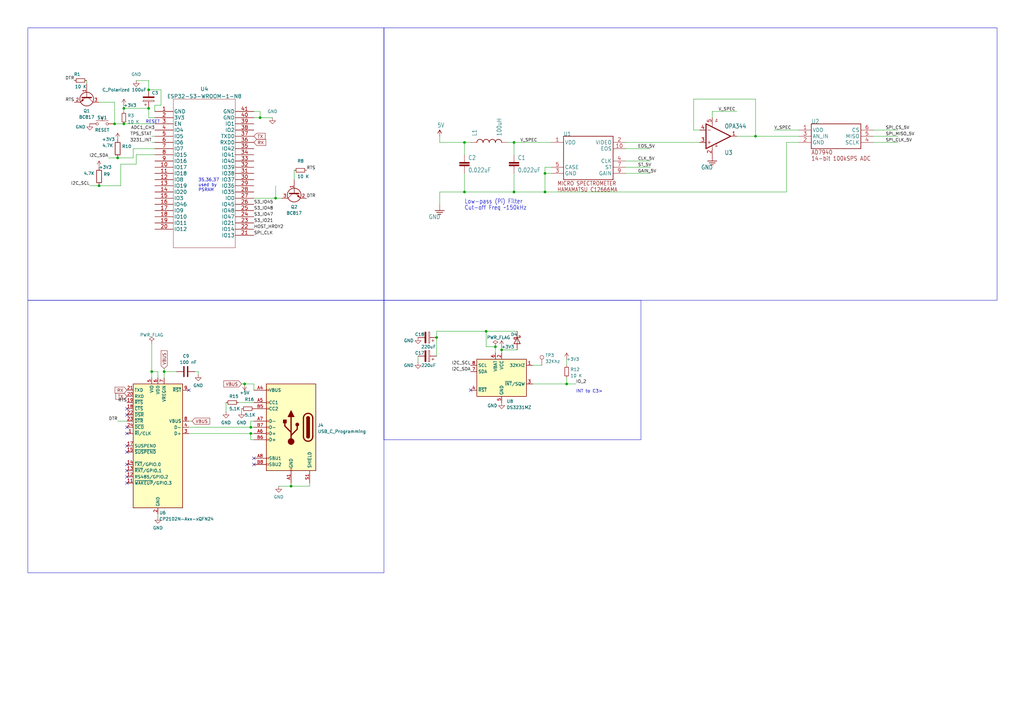
<source format=kicad_sch>
(kicad_sch (version 20250114) (generator "eeschema") (generator_version "9.0")
  (paper "A3")
  (lib_symbols
    (symbol "Connector:TestPoint" (pin_numbers (hide yes)) (pin_names (offset 0.762) (hide yes))
      (property "Reference" "TP" (at 0 6.858 0))
      (property "Value" "TestPoint" (at 0 5.08 0))
      (symbol "TestPoint_0_1"
        (circle (center 0 3.302) (radius 0.762))
      )
      (symbol "TestPoint_1_1"
        (pin passive line (at 0 0 90) (length 2.54) (name "1") (number "1"))
      )
    )
    (symbol "Connector:USB_C_Receptacle_USB2.0" (pin_names (offset 1.016))
      (property "Reference" "J" (at -10.16 19.05 0))
      (property "Value" "USB_C_Receptacle_USB2.0" (at 19.05 19.05 0))
      (symbol "USB_C_Receptacle_USB2.0_0_0"
        (rectangle (start -0.254 -17.78) (end 0.254 -16.764))
        (rectangle (start 10.16 15.494) (end 9.144 14.986))
        (rectangle (start 10.16 10.414) (end 9.144 9.906))
        (rectangle (start 10.16 7.874) (end 9.144 7.366))
        (rectangle (start 10.16 2.794) (end 9.144 2.286))
        (rectangle (start 10.16 0.254) (end 9.144 -0.254))
        (rectangle (start 10.16 -2.286) (end 9.144 -2.794))
        (rectangle (start 10.16 -4.826) (end 9.144 -5.334))
        (rectangle (start 10.16 -12.446) (end 9.144 -12.954))
        (rectangle (start 10.16 -14.986) (end 9.144 -15.494))
      )
      (symbol "USB_C_Receptacle_USB2.0_0_1"
        (rectangle (start -10.16 17.78) (end 10.16 -17.78) (stroke (width 0.254)) (fill (type background)))
        (polyline (pts (xy -8.89 -3.81) (xy -8.89 3.81)) (stroke (width 0.508)))
        (rectangle (start -7.62 -3.81) (end -6.35 3.81) (stroke (width 0.254)) (fill (type outline)))
        (arc (start -7.62 3.81) (mid -6.985 4.4422) (end -6.35 3.81) (stroke (width 0.254)))
        (arc (start -7.62 3.81) (mid -6.985 4.4422) (end -6.35 3.81) (stroke (width 0.254)) (fill (type outline)))
        (arc (start -8.89 3.81) (mid -6.985 5.7066) (end -5.08 3.81) (stroke (width 0.508)))
        (arc (start -5.08 -3.81) (mid -6.985 -5.7066) (end -8.89 -3.81) (stroke (width 0.508)))
        (arc (start -6.35 -3.81) (mid -6.985 -4.4422) (end -7.62 -3.81) (stroke (width 0.254)))
        (arc (start -6.35 -3.81) (mid -6.985 -4.4422) (end -7.62 -3.81) (stroke (width 0.254)) (fill (type outline)))
        (polyline (pts (xy -5.08 3.81) (xy -5.08 -3.81)) (stroke (width 0.508)))
        (circle (center -2.54 1.143) (radius 0.635) (stroke (width 0.254)) (fill (type outline)))
        (polyline (pts (xy -1.27 4.318) (xy 0 6.858) (xy 1.27 4.318) (xy -1.27 4.318)) (stroke (width 0.254)) (fill (type outline)))
        (polyline (pts (xy 0 -2.032) (xy 2.54 0.508) (xy 2.54 1.778)) (stroke (width 0.508)))
        (polyline (pts (xy 0 -3.302) (xy -2.54 -0.762) (xy -2.54 0.508)) (stroke (width 0.508)))
        (polyline (pts (xy 0 -5.842) (xy 0 4.318)) (stroke (width 0.508)))
        (circle (center 0 -5.842) (radius 1.27) (fill (type outline)))
        (rectangle (start 1.905 1.778) (end 3.175 3.048) (stroke (width 0.254)) (fill (type outline)))
      )
      (symbol "USB_C_Receptacle_USB2.0_1_1"
        (pin passive line (at -7.62 -22.86 90) (length 5.08) (name "SHIELD") (number "S1"))
        (pin passive line (at 0 -22.86 90) (length 5.08) (name "GND") (number "A1"))
        (pin passive line (at 0 -22.86 90) (length 5.08) (hide yes) (name "GND") (number "A12"))
        (pin passive line (at 0 -22.86 90) (length 5.08) (hide yes) (name "GND") (number "B1"))
        (pin passive line (at 0 -22.86 90) (length 5.08) (hide yes) (name "GND") (number "B12"))
        (pin passive line (at 15.24 15.24 180) (length 5.08) (name "VBUS") (number "A4"))
        (pin passive line (at 15.24 15.24 180) (length 5.08) (hide yes) (name "VBUS") (number "A9"))
        (pin passive line (at 15.24 15.24 180) (length 5.08) (hide yes) (name "VBUS") (number "B4"))
        (pin passive line (at 15.24 15.24 180) (length 5.08) (hide yes) (name "VBUS") (number "B9"))
        (pin bidirectional line (at 15.24 10.16 180) (length 5.08) (name "CC1") (number "A5"))
        (pin bidirectional line (at 15.24 7.62 180) (length 5.08) (name "CC2") (number "B5"))
        (pin bidirectional line (at 15.24 2.54 180) (length 5.08) (name "D-") (number "A7"))
        (pin bidirectional line (at 15.24 0 180) (length 5.08) (name "D-") (number "B7"))
        (pin bidirectional line (at 15.24 -2.54 180) (length 5.08) (name "D+") (number "A6"))
        (pin bidirectional line (at 15.24 -5.08 180) (length 5.08) (name "D+") (number "B6"))
        (pin bidirectional line (at 15.24 -12.7 180) (length 5.08) (name "SBU1") (number "A8"))
        (pin bidirectional line (at 15.24 -15.24 180) (length 5.08) (name "SBU2") (number "B8"))
      )
    )
    (symbol "Device:C" (pin_numbers (hide yes)) (pin_names (offset 0.254))
      (property "Reference" "C" (at 0.635 2.54 0))
      (property "Value" "C" (at 0.635 -2.54 0))
      (symbol "C_0_1"
        (polyline (pts (xy -2.032 0.762) (xy 2.032 0.762)) (stroke (width 0.508)))
        (polyline (pts (xy -2.032 -0.762) (xy 2.032 -0.762)) (stroke (width 0.508)))
      )
      (symbol "C_1_1"
        (pin passive line (at 0 3.81 270) (length 2.794) (name "~") (number "1"))
        (pin passive line (at 0 -3.81 90) (length 2.794) (name "~") (number "2"))
      )
    )
    (symbol "Device:C_Polarized" (pin_numbers (hide yes)) (pin_names (offset 0.254))
      (property "Reference" "C" (at 0.635 2.54 0))
      (property "Value" "C_Polarized" (at 0.635 -2.54 0))
      (symbol "C_Polarized_0_1"
        (rectangle (start -2.286 0.508) (end 2.286 1.016))
        (polyline (pts (xy -1.778 2.286) (xy -0.762 2.286)))
        (polyline (pts (xy -1.27 2.794) (xy -1.27 1.778)))
        (rectangle (start 2.286 -0.508) (end -2.286 -1.016) (fill (type outline)))
      )
      (symbol "C_Polarized_1_1"
        (pin passive line (at 0 3.81 270) (length 2.794) (name "~") (number "1"))
        (pin passive line (at 0 -3.81 90) (length 2.794) (name "~") (number "2"))
      )
    )
    (symbol "Device:R" (pin_numbers (hide yes)) (pin_names (offset 0))
      (property "Reference" "R" (at 2.032 0 90))
      (property "Value" "R" (at 0 0 90))
      (symbol "R_0_1"
        (rectangle (start -1.016 -2.54) (end 1.016 2.54) (stroke (width 0.254)))
      )
      (symbol "R_1_1"
        (pin passive line (at 0 3.81 270) (length 1.27) (name "~") (number "1"))
        (pin passive line (at 0 -3.81 90) (length 1.27) (name "~") (number "2"))
      )
    )
    (symbol "Device:R_Small" (pin_numbers (hide yes)) (pin_names (offset 0.254) (hide yes))
      (property "Reference" "R" (at 0.762 0.508 0))
      (property "Value" "R_Small" (at 0.762 -1.016 0))
      (symbol "R_Small_0_1"
        (rectangle (start -0.762 1.778) (end 0.762 -1.778) (stroke (width 0.2032)))
      )
      (symbol "R_Small_1_1"
        (pin passive line (at 0 2.54 270) (length 0.762) (name "~") (number "1"))
        (pin passive line (at 0 -2.54 90) (length 0.762) (name "~") (number "2"))
      )
    )
    (symbol "Diode:MBR0530" (pin_numbers (hide yes)) (pin_names (offset 1.016) (hide yes))
      (property "Reference" "D" (at 0 2.54 0))
      (property "Value" "MBR0530" (at 0 -2.54 0))
      (symbol "MBR0530_0_1"
        (polyline (pts (xy -1.905 0.635) (xy -1.905 1.27) (xy -1.27 1.27) (xy -1.27 -1.27) (xy -0.635 -1.27) (xy -0.635 -0.635)) (stroke (width 0.254)))
        (polyline (pts (xy 1.27 1.27) (xy 1.27 -1.27) (xy -1.27 0) (xy 1.27 1.27)) (stroke (width 0.254)))
        (polyline (pts (xy 1.27 0) (xy -1.27 0)))
      )
      (symbol "MBR0530_1_1"
        (pin passive line (at -3.81 0 0) (length 2.54) (name "K") (number "1"))
        (pin passive line (at 3.81 0 180) (length 2.54) (name "A") (number "2"))
      )
    )
    (symbol "ESP32-S3-WROOM-1-N8:ESP32-S3-WROOM-1-N8" (pin_names (offset 0.254))
      (property "Reference" "U" (at 20.32 10.16 0))
      (property "Value" "ESP32-S3-WROOM-1-N8" (at 20.32 7.62 0))
      (symbol "ESP32-S3-WROOM-1-N8_1_1"
        (polyline (pts (xy 7.62 5.08) (xy 7.62 -55.88)) (stroke (width 0.127)))
        (polyline (pts (xy 7.62 -55.88) (xy 33.02 -55.88)) (stroke (width 0.127)))
        (polyline (pts (xy 33.02 5.08) (xy 7.62 5.08)) (stroke (width 0.127)))
        (polyline (pts (xy 33.02 -55.88) (xy 33.02 5.08)) (stroke (width 0.127)))
        (pin power_in line (at 0 0 0) (length 7.62) (name "GND") (number "1"))
        (pin power_in line (at 0 -2.54 0) (length 7.62) (name "3V3") (number "2"))
        (pin input line (at 0 -5.08 0) (length 7.62) (name "EN") (number "3"))
        (pin bidirectional line (at 0 -7.62 0) (length 7.62) (name "IO4") (number "4"))
        (pin bidirectional line (at 0 -10.16 0) (length 7.62) (name "IO5") (number "5"))
        (pin bidirectional line (at 0 -12.7 0) (length 7.62) (name "IO6") (number "6"))
        (pin bidirectional line (at 0 -15.24 0) (length 7.62) (name "IO7") (number "7"))
        (pin bidirectional line (at 0 -17.78 0) (length 7.62) (name "IO15") (number "8"))
        (pin bidirectional line (at 0 -20.32 0) (length 7.62) (name "IO16") (number "9"))
        (pin bidirectional line (at 0 -22.86 0) (length 7.62) (name "IO17") (number "10"))
        (pin bidirectional line (at 0 -25.4 0) (length 7.62) (name "IO18") (number "11"))
        (pin bidirectional line (at 0 -27.94 0) (length 7.62) (name "IO8") (number "12"))
        (pin bidirectional line (at 0 -30.48 0) (length 7.62) (name "IO19") (number "13"))
        (pin bidirectional line (at 0 -33.02 0) (length 7.62) (name "IO20") (number "14"))
        (pin bidirectional line (at 0 -35.56 0) (length 7.62) (name "IO3") (number "15"))
        (pin bidirectional line (at 0 -38.1 0) (length 7.62) (name "IO46") (number "16"))
        (pin bidirectional line (at 0 -40.64 0) (length 7.62) (name "IO9") (number "17"))
        (pin bidirectional line (at 0 -43.18 0) (length 7.62) (name "IO10") (number "18"))
        (pin bidirectional line (at 0 -45.72 0) (length 7.62) (name "IO11") (number "19"))
        (pin bidirectional line (at 0 -48.26 0) (length 7.62) (name "IO12") (number "20"))
        (pin power_in line (at 40.64 0 180) (length 7.62) (name "GND") (number "41"))
        (pin power_in line (at 40.64 -2.54 180) (length 7.62) (name "GND") (number "40"))
        (pin bidirectional line (at 40.64 -5.08 180) (length 7.62) (name "IO1") (number "39"))
        (pin bidirectional line (at 40.64 -7.62 180) (length 7.62) (name "IO2") (number "38"))
        (pin bidirectional line (at 40.64 -10.16 180) (length 7.62) (name "TXD0") (number "37"))
        (pin bidirectional line (at 40.64 -12.7 180) (length 7.62) (name "RXD0") (number "36"))
        (pin bidirectional line (at 40.64 -15.24 180) (length 7.62) (name "IO42") (number "35"))
        (pin bidirectional line (at 40.64 -17.78 180) (length 7.62) (name "IO41") (number "34"))
        (pin bidirectional line (at 40.64 -20.32 180) (length 7.62) (name "IO40") (number "33"))
        (pin bidirectional line (at 40.64 -22.86 180) (length 7.62) (name "IO39") (number "32"))
        (pin bidirectional line (at 40.64 -25.4 180) (length 7.62) (name "IO38") (number "31"))
        (pin bidirectional line (at 40.64 -27.94 180) (length 7.62) (name "IO37") (number "30"))
        (pin bidirectional line (at 40.64 -30.48 180) (length 7.62) (name "IO36") (number "29"))
        (pin bidirectional line (at 40.64 -33.02 180) (length 7.62) (name "IO35") (number "28"))
        (pin bidirectional line (at 40.64 -35.56 180) (length 7.62) (name "IO0") (number "27"))
        (pin bidirectional line (at 40.64 -38.1 180) (length 7.62) (name "IO45") (number "26"))
        (pin bidirectional line (at 40.64 -40.64 180) (length 7.62) (name "IO48") (number "25"))
        (pin bidirectional line (at 40.64 -43.18 180) (length 7.62) (name "IO47") (number "24"))
        (pin bidirectional line (at 40.64 -45.72 180) (length 7.62) (name "IO21") (number "23"))
        (pin bidirectional line (at 40.64 -48.26 180) (length 7.62) (name "IO14") (number "22"))
        (pin bidirectional line (at 40.64 -50.8 180) (length 7.62) (name "IO13") (number "21"))
      )
    )
    (symbol "Interface_USB:CP2102N-Axx-xQFN24"
      (property "Reference" "U" (at -8.89 26.67 0))
      (property "Value" "CP2102N-Axx-xQFN24" (at 13.97 26.67 0))
      (symbol "CP2102N-Axx-xQFN24_0_1"
        (rectangle (start -10.16 25.4) (end 10.16 -25.4) (stroke (width 0.254)) (fill (type background)))
      )
      (symbol "CP2102N-Axx-xQFN24_1_1"
        (pin input line (at -12.7 22.86 0) (length 2.54) (name "~{RST}") (number "9"))
        (pin input line (at -12.7 10.16 0) (length 2.54) (name "VBUS") (number "8"))
        (pin bidirectional line (at -12.7 7.62 0) (length 2.54) (name "D-") (number "4"))
        (pin bidirectional line (at -12.7 5.08 0) (length 2.54) (name "D+") (number "3"))
        (pin no_connect line (at -10.16 -22.86 0) (length 2.54) (hide yes) (name "NC") (number "10"))
        (pin power_in line (at -2.54 27.94 270) (length 2.54) (name "VREGIN") (number "7"))
        (pin power_in line (at 0 27.94 270) (length 2.54) (name "VDD") (number "6"))
        (pin power_in line (at 0 -27.94 90) (length 2.54) (name "GND") (number "2"))
        (pin passive line (at 0 -27.94 90) (length 2.54) (hide yes) (name "GND") (number "25"))
        (pin power_in line (at 2.54 27.94 270) (length 2.54) (name "VIO") (number "5"))
        (pin no_connect line (at 10.16 -22.86 180) (length 2.54) (hide yes) (name "NC") (number "16"))
        (pin output line (at 12.7 22.86 180) (length 2.54) (name "TXD") (number "21"))
        (pin input line (at 12.7 20.32 180) (length 2.54) (name "RXD") (number "20"))
        (pin output line (at 12.7 17.78 180) (length 2.54) (name "~{RTS}") (number "19"))
        (pin input line (at 12.7 15.24 180) (length 2.54) (name "~{CTS}") (number "18"))
        (pin input line (at 12.7 12.7 180) (length 2.54) (name "~{DSR}") (number "22"))
        (pin output line (at 12.7 10.16 180) (length 2.54) (name "~{DTR}") (number "23"))
        (pin input line (at 12.7 7.62 180) (length 2.54) (name "~{DCD}") (number "24"))
        (pin bidirectional line (at 12.7 5.08 180) (length 2.54) (name "~{RI}/CLK") (number "1"))
        (pin output line (at 12.7 0 180) (length 2.54) (name "SUSPEND") (number "17"))
        (pin output line (at 12.7 -2.54 180) (length 2.54) (name "~{SUSPEND}") (number "15"))
        (pin bidirectional line (at 12.7 -7.62 180) (length 2.54) (name "~{TXT}/GPIO.0") (number "14"))
        (pin bidirectional line (at 12.7 -10.16 180) (length 2.54) (name "~{RXT}/GPIO.1") (number "13"))
        (pin bidirectional line (at 12.7 -12.7 180) (length 2.54) (name "RS485/GPIO.2") (number "12"))
        (pin bidirectional line (at 12.7 -15.24 180) (length 2.54) (name "~{WAKEUP}/GPIO.3") (number "11"))
      )
    )
    (symbol "Switch:SW_Push" (pin_numbers (hide yes)) (pin_names (offset 1.016) (hide yes))
      (property "Reference" "SW" (at 1.27 2.54 0))
      (property "Value" "SW_Push" (at 0 -1.524 0))
      (symbol "SW_Push_0_1"
        (circle (center -2.032 0) (radius 0.508))
        (polyline (pts (xy 0 1.27) (xy 0 3.048)))
        (circle (center 2.032 0) (radius 0.508))
        (polyline (pts (xy 2.54 1.27) (xy -2.54 1.27)))
        (pin passive line (at -5.08 0 0) (length 2.54) (name "1") (number "1"))
        (pin passive line (at 5.08 0 180) (length 2.54) (name "2") (number "2"))
      )
    )
    (symbol "Timer_RTC:DS3231MZ"
      (property "Reference" "U" (at -7.62 8.89 0))
      (property "Value" "DS3231MZ" (at 11.43 8.89 0))
      (symbol "DS3231MZ_0_1"
        (rectangle (start -10.16 7.62) (end 10.16 -7.62) (stroke (width 0.254)) (fill (type background)))
      )
      (symbol "DS3231MZ_1_1"
        (pin input line (at -12.7 5.08 0) (length 2.54) (name "SCL") (number "8"))
        (pin bidirectional line (at -12.7 2.54 0) (length 2.54) (name "SDA") (number "7"))
        (pin bidirectional line (at -12.7 -5.08 0) (length 2.54) (name "~{RST}") (number "4"))
        (pin power_in line (at -2.54 10.16 270) (length 2.54) (name "VBAT") (number "6"))
        (pin power_in line (at 0 10.16 270) (length 2.54) (name "VCC") (number "2"))
        (pin power_in line (at 0 -10.16 90) (length 2.54) (name "GND") (number "5"))
        (pin open_collector line (at 12.7 5.08 180) (length 2.54) (name "32KHZ") (number "1"))
        (pin open_collector line (at 12.7 -2.54 180) (length 2.54) (name "~{INT}/SQW") (number "3"))
      )
    )
    (symbol "Transistor_BJT:BC817" (pin_names (offset 0) (hide yes))
      (property "Reference" "Q" (at 5.08 1.905 0))
      (property "Value" "BC817" (at 5.08 0 0))
      (symbol "BC817_0_1"
        (polyline (pts (xy 0.635 1.905) (xy 0.635 -1.905) (xy 0.635 -1.905)) (stroke (width 0.508)))
        (polyline (pts (xy 0.635 0.635) (xy 2.54 2.54)))
        (polyline (pts (xy 0.635 -0.635) (xy 2.54 -2.54) (xy 2.54 -2.54)))
        (circle (center 1.27 0) (radius 2.8194) (stroke (width 0.254)))
        (polyline (pts (xy 1.27 -1.778) (xy 1.778 -1.27) (xy 2.286 -2.286) (xy 1.27 -1.778) (xy 1.27 -1.778)) (fill (type outline)))
      )
      (symbol "BC817_1_1"
        (pin input line (at -5.08 0 0) (length 5.715) (name "B") (number "1"))
        (pin passive line (at 2.54 5.08 270) (length 2.54) (name "C") (number "3"))
        (pin passive line (at 2.54 -5.08 90) (length 2.54) (name "E") (number "2"))
      )
    )
    (symbol "power:+3.3V" (power) (pin_names (offset 0))
      (property "Value" "+3.3V" (at 0 3.556 0))
      (symbol "+3.3V_0_1"
        (polyline (pts (xy -0.762 1.27) (xy 0 2.54)))
        (polyline (pts (xy 0 2.54) (xy 0.762 1.27)))
        (polyline (pts (xy 0 0) (xy 0 2.54)))
      )
      (symbol "+3.3V_1_1"
        (pin power_in line (at 0 0 90) (length 0) (hide yes) (name "+3V3") (number "1"))
      )
    )
    (symbol "power:+5V" (power) (pin_names (offset 0))
      (property "Value" "+5V" (at 0 3.556 0))
      (symbol "+5V_0_1"
        (polyline (pts (xy -0.762 1.27) (xy 0 2.54)))
        (polyline (pts (xy 0 2.54) (xy 0.762 1.27)))
        (polyline (pts (xy 0 0) (xy 0 2.54)))
      )
      (symbol "+5V_1_1"
        (pin power_in line (at 0 0 90) (length 0) (hide yes) (name "+5V") (number "1"))
      )
    )
    (symbol "power:GND" (power) (pin_names (offset 0))
      (property "Value" "GND" (at 0 -3.81 0))
      (symbol "GND_0_1"
        (polyline (pts (xy 0 0) (xy 0 -1.27) (xy 1.27 -1.27) (xy 0 -2.54) (xy -1.27 -1.27) (xy 0 -1.27)))
      )
      (symbol "GND_1_1"
        (pin power_in line (at 0 0 270) (length 0) (hide yes) (name "GND") (number "1"))
      )
    )
    (symbol "power:PWR_FLAG" (power) (pin_numbers (hide yes)) (pin_names (offset 0) (hide yes))
      (property "Value" "PWR_FLAG" (at 0 3.81 0))
      (symbol "PWR_FLAG_0_0"
        (pin power_out line (at 0 0 90) (length 0) (name "pwr") (number "1"))
      )
      (symbol "PWR_FLAG_0_1"
        (polyline (pts (xy 0 0) (xy 0 1.27) (xy -1.016 1.905) (xy 0 2.54) (xy 1.016 1.905) (xy 0 1.27)))
      )
    )
    (symbol "sensorboard_spectrometer_rev0-eagle-import:5V" (power)
      (symbol "5V_1_0"
        (polyline (pts (xy 0 2.54) (xy -0.762 1.27)) (stroke (width 0.254)))
        (polyline (pts (xy 0.762 1.27) (xy 0 2.54)) (stroke (width 0.254)))
        (pin power_in line (at 0 0 90) (length 2.54) (name "5V") (number "1"))
      )
    )
    (symbol "sensorboard_spectrometer_rev0-eagle-import:AD7940"
      (symbol "AD7940_1_0"
        (polyline (pts (xy -10.16 5.08) (xy -10.16 -5.08)) (stroke (width 0.254)))
        (polyline (pts (xy -10.16 -5.08) (xy 10.16 -5.08)) (stroke (width 0.254)))
        (polyline (pts (xy 10.16 5.08) (xy -10.16 5.08)) (stroke (width 0.254)))
        (polyline (pts (xy 10.16 -5.08) (xy 10.16 5.08)) (stroke (width 0.254)))
        (text "AD7940" (at -10.16 -7.62 0) (effects (font (size 1.778 1.5113)) (justify left bottom)))
        (text "14-bit 100kSPS ADC" (at -10.16 -10.16 0) (effects (font (size 1.778 1.5113)) (justify left bottom)))
        (pin bidirectional line (at -15.24 2.54 0) (length 5.08) (name "VDD") (number "1"))
        (pin bidirectional line (at -15.24 0 0) (length 5.08) (name "AN_IN") (number "3"))
        (pin bidirectional line (at -15.24 -2.54 0) (length 5.08) (name "GND") (number "2"))
        (pin bidirectional line (at 15.24 2.54 180) (length 5.08) (name "CS") (number "6"))
        (pin bidirectional line (at 15.24 0 180) (length 5.08) (name "MISO") (number "5"))
        (pin bidirectional line (at 15.24 -2.54 180) (length 5.08) (name "SCLK") (number "4"))
      )
    )
    (symbol "sensorboard_spectrometer_rev0-eagle-import:INDUCTOR0805"
      (property "Reference" "L" (at 2.54 5.08 0))
      (symbol "INDUCTOR0805_1_0"
        (arc (start 1.27 3.81) (mid 0.898 2.912) (end 0 2.54) (stroke (width 0.254)))
        (arc (start 0 5.08) (mid 0.898 4.708) (end 1.27 3.81) (stroke (width 0.254)))
        (arc (start 1.27 1.27) (mid 0.898 0.372) (end 0 0) (stroke (width 0.254)))
        (arc (start 0 2.54) (mid 0.898 2.168) (end 1.27 1.27) (stroke (width 0.254)))
        (arc (start 1.27 -1.27) (mid 0.898 -2.168) (end 0 -2.54) (stroke (width 0.254)))
        (arc (start 0 0) (mid 0.898 -0.372) (end 1.27 -1.27) (stroke (width 0.254)))
        (arc (start 1.27 -3.81) (mid 0.898 -4.708) (end 0 -5.08) (stroke (width 0.254)))
        (arc (start 0 -2.54) (mid 0.898 -2.912) (end 1.27 -3.81) (stroke (width 0.254)))
        (pin passive line (at 0 7.62 270) (length 2.54) (name "1") (number "1"))
        (pin passive line (at 0 -7.62 90) (length 2.54) (name "2") (number "2"))
      )
    )
    (symbol "sensorboard_spectrometer_rev0-eagle-import:MICROSPEC-C12666MA"
      (symbol "MICROSPEC-C12666MA_1_0"
        (polyline (pts (xy -10.16 7.62) (xy -10.16 -10.16)) (stroke (width 0.254)))
        (polyline (pts (xy -10.16 -10.16) (xy 10.16 -10.16)) (stroke (width 0.254)))
        (polyline (pts (xy 10.16 7.62) (xy -10.16 7.62)) (stroke (width 0.254)))
        (polyline (pts (xy 10.16 -10.16) (xy 10.16 7.62)) (stroke (width 0.254)))
        (text "MICRO SPECTROMETER" (at -12.7 -12.7 0) (effects (font (size 1.6764 1.4249)) (justify left bottom)))
        (text "HAMAMATSU C12666MA" (at -12.7 -15.24 0) (effects (font (size 1.6764 1.4249)) (justify left bottom)))
        (pin bidirectional line (at -15.24 5.08 0) (length 5.08) (name "VDD") (number "1"))
        (pin bidirectional line (at -15.24 -5.08 0) (length 5.08) (name "CASE") (number "5"))
        (pin bidirectional line (at -15.24 -7.62 0) (length 5.08) (name "GND") (number "3"))
        (pin bidirectional line (at 15.24 5.08 180) (length 5.08) (name "VIDEO") (number "2"))
        (pin bidirectional line (at 15.24 2.54 180) (length 5.08) (name "EOS") (number "10"))
        (pin bidirectional line (at 15.24 -2.54 180) (length 5.08) (name "CLK") (number "4"))
        (pin bidirectional line (at 15.24 -5.08 180) (length 5.08) (name "ST") (number "7"))
        (pin bidirectional line (at 15.24 -7.62 180) (length 5.08) (name "GAIN") (number "9"))
      )
    )
    (symbol "sensorboard_spectrometer_rev0-eagle-import:OPA344"
      (symbol "OPA344_1_0"
        (polyline (pts (xy -2.54 5.08) (xy 7.62 0)) (stroke (width 0.4064)))
        (polyline (pts (xy -2.54 -5.08) (xy -2.54 5.08)) (stroke (width 0.4064)))
        (polyline (pts (xy -1.905 2.54) (xy -0.635 2.54)) (stroke (width 0.1524)))
        (polyline (pts (xy -1.905 -2.54) (xy -0.635 -2.54)) (stroke (width 0.1524)))
        (polyline (pts (xy -1.27 -3.175) (xy -1.27 -1.905)) (stroke (width 0.1524)))
        (polyline (pts (xy 0 3.9116) (xy 0 5.08)) (stroke (width 0.1524)))
        (polyline (pts (xy 0 -5.08) (xy 0 -3.8862)) (stroke (width 0.1524)))
        (polyline (pts (xy 7.62 0) (xy -2.54 -5.08)) (stroke (width 0.4064)))
        (text "V+" (at 1.27 5.715 900) (effects (font (size 0.8128 0.6908)) (justify left top)))
        (text "V-" (at 1.27 -4.445 900) (effects (font (size 0.8128 0.6908)) (justify left top)))
        (pin input line (at -5.08 2.54 0) (length 2.54) (name "-IN") (number "4"))
        (pin input line (at -5.08 -2.54 0) (length 2.54) (name "+IN") (number "3"))
        (pin power_in line (at 0 7.62 270) (length 2.54) (name "V+") (number "5"))
        (pin power_in line (at 0 -7.62 90) (length 2.54) (name "V-") (number "2"))
        (pin output line (at 10.16 0 180) (length 2.54) (name "OUT") (number "1"))
      )
    )
    (symbol "sensorboard_spectrometer_rev0-eagle-import:notes_mark5_CAP0603"
      (property "Reference" "C" (at 1.524 2.921 0))
      (symbol "notes_mark5_CAP0603_1_0"
        (rectangle (start -2.032 1.524) (end 2.032 2.032) (fill (type outline)))
        (rectangle (start -2.032 0.508) (end 2.032 1.016) (fill (type outline)))
        (polyline (pts (xy 0 2.54) (xy 0 2.032)) (stroke (width 0.1524)))
        (polyline (pts (xy 0 0) (xy 0 0.508)) (stroke (width 0.1524)))
        (pin passive line (at 0 5.08 270) (length 2.54) (name "1") (number "1"))
        (pin passive line (at 0 -2.54 90) (length 2.54) (name "2") (number "2"))
      )
    )
    (symbol "sensorboard_spectrometer_rev0-eagle-import:notes_mark5_GND" (power)
      (symbol "notes_mark5_GND_1_0"
        (polyline (pts (xy -1.905 0) (xy 1.905 0)) (stroke (width 0.254)))
        (polyline (pts (xy -1.27 -0.762) (xy 1.27 -0.762)) (stroke (width 0.254)))
        (polyline (pts (xy -0.508 -1.524) (xy 0.508 -1.524)) (stroke (width 0.254)))
        (pin power_in line (at 0 2.54 270) (length 2.54) (name "GND") (number "1"))
      )
    )
  )
  (rectangle (start 11.43 11.43) (end 157.48 123.19))
  (rectangle (start 157.48 123.19) (end 262.89 180.34))
  (rectangle (start 157.48 11.43) (end 408.94 123.19))
  (rectangle (start 11.43 123.19) (end 157.48 234.95))
  (text "INT to C3>" (at 236.22 161.29 0) (effects (font (size 1.27 1.27)) (justify left bottom)))
  (text "35,36,37\nused by\nPSRAM" (at 81.28 78.74 0) (effects (font (size 1.27 1.27)) (justify left bottom)))
  (text "Low-pass (Pi) Filter" (at 190.5 83.82 0) (effects (font (size 1.778 1.5113)) (justify left bottom)))
  (text "Cut-off Freq ~150kHz" (at 190.5 86.36 0) (effects (font (size 1.778 1.5113)) (justify left bottom)))
  (text "RESET" (at 59.69 50.8 0) (effects (font (size 1.27 1.27)) (justify left bottom)))
  (junction (at 190.5 78.74))
  (junction (at 203.2 142.24))
  (junction (at 48.26 64.77))
  (junction (at 106.68 48.26))
  (junction (at 102.87 177.8))
  (junction (at 210.82 78.74))
  (junction (at 232.41 157.48))
  (junction (at 102.87 175.26))
  (junction (at 190.5 58.42))
  (junction (at 210.82 58.42))
  (junction (at 50.8 50.8))
  (junction (at 223.52 78.74))
  (junction (at 100.33 157.48))
  (junction (at 46.99 50.8))
  (junction (at 199.39 135.89))
  (junction (at 62.23 152.4))
  (junction (at 40.64 76.2))
  (junction (at 60.96 44.45))
  (junction (at 113.03 81.28))
  (junction (at 179.07 138.43))
  (junction (at 205.74 143.51))
  (junction (at 50.8 44.45))
  (junction (at 119.38 199.39))
  (junction (at 67.31 152.4))
  (junction (at 60.96 36.83))
  (junction (at 223.52 71.12))
  (junction (at 309.88 55.88))
  (no_connect (at 52.07 190.5))
  (no_connect (at 193.04 160.02))
  (no_connect (at 104.14 187.96))
  (no_connect (at 104.14 190.5))
  (no_connect (at 52.07 195.58))
  (no_connect (at 52.07 175.26))
  (no_connect (at 52.07 167.64))
  (no_connect (at 52.07 185.42))
  (no_connect (at 52.07 177.8))
  (no_connect (at 52.07 198.12))
  (no_connect (at 77.47 160.02))
  (no_connect (at 52.07 170.18))
  (no_connect (at 52.07 193.04))
  (no_connect (at 52.07 182.88))
  (wire (pts (xy 102.87 180.34) (xy 102.87 177.8)))
  (wire (pts (xy 50.8 50.8) (xy 46.99 50.8)))
  (wire (pts (xy 60.96 33.02) (xy 60.96 36.83)))
  (wire (pts (xy 210.82 63.5) (xy 210.82 58.42)) (stroke (width 0.1524)))
  (wire (pts (xy 44.45 64.77) (xy 48.26 64.77)))
  (wire (pts (xy 284.48 40.64) (xy 284.48 53.34)) (stroke (width 0.1524)))
  (wire (pts (xy 77.47 175.26) (xy 102.87 175.26)))
  (wire (pts (xy 50.8 50.8) (xy 63.5 50.8)))
  (wire (pts (xy 48.26 172.72) (xy 52.07 172.72)))
  (wire (pts (xy 63.5 60.96) (xy 54.61 60.96)))
  (wire (pts (xy 180.34 58.42) (xy 180.34 55.88)) (stroke (width 0.1524)))
  (wire (pts (xy 287.02 58.42) (xy 256.54 58.42)) (stroke (width 0.1524)))
  (wire (pts (xy 223.52 68.58) (xy 223.52 71.12)) (stroke (width 0.1524)))
  (wire (pts (xy 62.23 152.4) (xy 62.23 154.94)))
  (wire (pts (xy 54.61 64.77) (xy 48.26 64.77)))
  (wire (pts (xy 190.5 78.74) (xy 180.34 78.74)) (stroke (width 0.1524)))
  (wire (pts (xy 119.38 199.39) (xy 119.38 198.12)))
  (wire (pts (xy 104.14 180.34) (xy 102.87 180.34)))
  (wire (pts (xy 223.52 71.12) (xy 223.52 78.74)) (stroke (width 0.1524)))
  (wire (pts (xy 62.23 55.88) (xy 63.5 55.88)))
  (wire (pts (xy 179.07 138.43) (xy 179.07 135.89)))
  (wire (pts (xy 55.88 33.02) (xy 60.96 33.02)))
  (wire (pts (xy 120.65 69.85) (xy 120.65 73.66)))
  (wire (pts (xy 309.88 55.88) (xy 327.66 55.88)) (stroke (width 0.1524)))
  (wire (pts (xy 199.39 135.89) (xy 199.39 142.24)))
  (wire (pts (xy 66.04 43.18) (xy 63.5 43.18)))
  (wire (pts (xy 99.06 157.48) (xy 100.33 157.48)))
  (wire (pts (xy 67.31 151.13) (xy 67.31 152.4)))
  (wire (pts (xy 284.48 53.34) (xy 287.02 53.34)) (stroke (width 0.1524)))
  (wire (pts (xy 223.52 68.58) (xy 226.06 68.58)) (stroke (width 0.1524)))
  (wire (pts (xy 55.88 63.5) (xy 63.5 63.5)))
  (wire (pts (xy 114.3 199.39) (xy 119.38 199.39)))
  (wire (pts (xy 55.88 67.31) (xy 49.53 67.31)))
  (wire (pts (xy 104.14 45.72) (xy 106.68 45.72)))
  (wire (pts (xy 302.26 55.88) (xy 309.88 55.88)) (stroke (width 0.1524)))
  (wire (pts (xy 327.66 58.42) (xy 322.58 58.42)) (stroke (width 0.1524)))
  (wire (pts (xy 50.8 43.18) (xy 50.8 44.45)))
  (wire (pts (xy 199.39 142.24) (xy 203.2 142.24)))
  (wire (pts (xy 190.5 63.5) (xy 190.5 58.42)) (stroke (width 0.1524)))
  (wire (pts (xy 322.58 78.74) (xy 223.52 78.74)) (stroke (width 0.1524)))
  (wire (pts (xy 60.96 48.26) (xy 63.5 48.26)))
  (wire (pts (xy 256.54 71.12) (xy 266.7 71.12)) (stroke (width 0.1524)))
  (wire (pts (xy 99.06 168.91) (xy 99.06 167.64)))
  (wire (pts (xy 292.1 48.26) (xy 292.1 45.72)) (stroke (width 0.1524)))
  (wire (pts (xy 256.54 66.04) (xy 266.7 66.04)) (stroke (width 0.1524)))
  (wire (pts (xy 113.03 76.2) (xy 113.03 81.28)))
  (wire (pts (xy 78.74 172.72) (xy 77.47 172.72)))
  (wire (pts (xy 223.52 78.74) (xy 210.82 78.74)) (stroke (width 0.1524)))
  (wire (pts (xy 46.99 41.91) (xy 40.64 41.91)))
  (wire (pts (xy 97.79 165.1) (xy 104.14 165.1)))
  (wire (pts (xy 100.33 157.48) (xy 104.14 157.48)))
  (wire (pts (xy 358.14 55.88) (xy 368.3 55.88)) (stroke (width 0.1524)))
  (wire (pts (xy 67.31 152.4) (xy 67.31 154.94)))
  (wire (pts (xy 64.77 152.4) (xy 64.77 154.94)))
  (wire (pts (xy 35.56 33.02) (xy 35.56 34.29)))
  (wire (pts (xy 190.5 58.42) (xy 180.34 58.42)) (stroke (width 0.1524)))
  (wire (pts (xy 190.5 71.12) (xy 190.5 78.74)) (stroke (width 0.1524)))
  (wire (pts (xy 49.53 67.31) (xy 49.53 76.2)))
  (wire (pts (xy 60.96 44.45) (xy 60.96 48.26)))
  (wire (pts (xy 50.8 44.45) (xy 60.96 44.45)))
  (wire (pts (xy 102.87 177.8) (xy 104.14 177.8)))
  (wire (pts (xy 36.83 76.2) (xy 40.64 76.2)))
  (wire (pts (xy 205.74 143.51) (xy 205.74 144.78)))
  (wire (pts (xy 322.58 58.42) (xy 322.58 78.74)) (stroke (width 0.1524)))
  (wire (pts (xy 62.23 140.97) (xy 62.23 152.4)))
  (wire (pts (xy 104.14 157.48) (xy 104.14 160.02)))
  (wire (pts (xy 309.88 55.88) (xy 309.88 40.64)) (stroke (width 0.1524)))
  (wire (pts (xy 104.14 172.72) (xy 102.87 172.72)))
  (wire (pts (xy 54.61 60.96) (xy 54.61 64.77)))
  (wire (pts (xy 46.99 50.8) (xy 46.99 41.91)))
  (wire (pts (xy 232.41 154.94) (xy 232.41 157.48)))
  (wire (pts (xy 210.82 78.74) (xy 190.5 78.74)) (stroke (width 0.1524)))
  (wire (pts (xy 81.28 152.4) (xy 80.01 152.4)))
  (wire (pts (xy 232.41 157.48) (xy 236.22 157.48)))
  (wire (pts (xy 218.44 149.86) (xy 222.25 149.86)))
  (wire (pts (xy 66.04 36.83) (xy 66.04 43.18)))
  (wire (pts (xy 127 199.39) (xy 119.38 199.39)))
  (wire (pts (xy 102.87 175.26) (xy 104.14 175.26)))
  (wire (pts (xy 40.64 76.2) (xy 49.53 76.2)))
  (wire (pts (xy 104.14 81.28) (xy 113.03 81.28)))
  (wire (pts (xy 67.31 152.4) (xy 72.39 152.4)))
  (wire (pts (xy 179.07 135.89) (xy 199.39 135.89)))
  (wire (pts (xy 210.82 71.12) (xy 210.82 78.74)) (stroke (width 0.1524)))
  (wire (pts (xy 106.68 48.26) (xy 111.76 48.26)))
  (wire (pts (xy 226.06 58.42) (xy 210.82 58.42)) (stroke (width 0.1524)))
  (wire (pts (xy 309.88 40.64) (xy 284.48 40.64)) (stroke (width 0.1524)))
  (wire (pts (xy 180.34 78.74) (xy 180.34 83.82)) (stroke (width 0.1524)))
  (wire (pts (xy 64.77 212.09) (xy 64.77 210.82)))
  (wire (pts (xy 203.2 142.24) (xy 203.2 144.78)))
  (wire (pts (xy 92.71 168.91) (xy 92.71 165.1)))
  (wire (pts (xy 171.45 146.05) (xy 171.45 148.59)))
  (wire (pts (xy 218.44 157.48) (xy 232.41 157.48)))
  (wire (pts (xy 102.87 172.72) (xy 102.87 175.26)))
  (wire (pts (xy 127 198.12) (xy 127 199.39)))
  (wire (pts (xy 77.47 177.8) (xy 102.87 177.8)))
  (wire (pts (xy 205.74 142.24) (xy 205.74 143.51)))
  (wire (pts (xy 50.8 44.45) (xy 50.8 45.72)))
  (wire (pts (xy 232.41 147.32) (xy 232.41 149.86)))
  (wire (pts (xy 190.5 58.42) (xy 193.04 58.42)) (stroke (width 0.1524)))
  (wire (pts (xy 62.23 152.4) (xy 64.77 152.4)))
  (wire (pts (xy 226.06 71.12) (xy 223.52 71.12)) (stroke (width 0.1524)))
  (wire (pts (xy 292.1 45.72) (xy 302.26 45.72)) (stroke (width 0.1524)))
  (wire (pts (xy 113.03 81.28) (xy 115.57 81.28)))
  (wire (pts (xy 358.14 58.42) (xy 368.3 58.42)) (stroke (width 0.1524)))
  (wire (pts (xy 205.74 143.51) (xy 212.09 143.51)))
  (wire (pts (xy 358.14 53.34) (xy 368.3 53.34)) (stroke (width 0.1524)))
  (wire (pts (xy 63.5 43.18) (xy 63.5 45.72)))
  (wire (pts (xy 208.28 58.42) (xy 210.82 58.42)) (stroke (width 0.1524)))
  (wire (pts (xy 60.96 36.83) (xy 66.04 36.83)))
  (wire (pts (xy 212.09 135.89) (xy 199.39 135.89)))
  (wire (pts (xy 55.88 63.5) (xy 55.88 67.31)))
  (wire (pts (xy 256.54 68.58) (xy 266.7 68.58)) (stroke (width 0.1524)))
  (wire (pts (xy 81.28 153.67) (xy 81.28 152.4)))
  (wire (pts (xy 256.54 60.96) (xy 266.7 60.96)) (stroke (width 0.1524)))
  (wire (pts (xy 327.66 53.34) (xy 317.5 53.34)) (stroke (width 0.1524)))
  (wire (pts (xy 62.23 58.42) (xy 63.5 58.42)))
  (wire (pts (xy 106.68 45.72) (xy 106.68 48.26)))
  (wire (pts (xy 104.14 48.26) (xy 106.68 48.26)))
  (wire (pts (xy 179.07 146.05) (xy 179.07 138.43)))
  (label "SPI_CLK_5V" (at 363.22 58.42 0) (effects (font (size 1.2446 1.2446))))
  (label "RTS" (at 30.48 41.91 180))
  (label "3231_INT" (at 62.23 58.42 180))
  (label "SPI_MISO_5V" (at 363.22 55.88 0) (effects (font (size 1.2446 1.2446))))
  (label "RTS" (at 52.07 165.1 180))
  (label "V_SPEC" (at 294.64 45.72 0) (effects (font (size 1.2446 1.2446))))
  (label "SPI_CLK" (at 104.14 96.52 0))
  (label "V_SPEC" (at 317.5 53.34 0) (effects (font (size 1.2446 1.2446))))
  (label "DTR" (at 48.26 172.72 180))
  (label "SPI_CS_5V" (at 363.22 53.34 0) (effects (font (size 1.2446 1.2446))))
  (label "S3_IO48" (at 104.14 86.36 0))
  (label "TPS_STAT" (at 62.23 55.88 180))
  (label "CLK_5V" (at 261.62 66.04 0) (effects (font (size 1.2446 1.2446))))
  (label "I2C_SCL" (at 36.83 76.2 180))
  (label "S3_IO45" (at 104.14 83.82 0))
  (label "GAIN_5V" (at 261.62 71.12 0) (effects (font (size 1.2446 1.2446))))
  (label "DTR" (at 30.48 33.02 180))
  (label "RTS" (at 125.73 69.85 0))
  (label "ST_5V" (at 261.62 68.58 0) (effects (font (size 1.2446 1.2446))))
  (label "EOS_5V" (at 261.62 60.96 0) (effects (font (size 1.2446 1.2446))))
  (label "I2C_SCL" (at 193.04 149.86 180))
  (label "S3_IO47" (at 104.14 88.9 0))
  (label "V_SPEC" (at 213.36 58.42 0) (effects (font (size 1.2446 1.2446))))
  (label "DTR" (at 125.73 81.28 0))
  (label "S3_IO21" (at 104.14 91.44 0))
  (label "I2C_SDA" (at 44.45 64.77 180))
  (label "HOST_HRDY2" (at 104.14 93.98 0))
  (label "ADC1_CH3" (at 63.5 53.34 180))
  (label "I2C_SDA" (at 193.04 152.4 180))
  (label "IO_2" (at 236.22 157.48 0))
  (global_label "RX" (shape input) (at 104.14 58.42 0) (property "Intersheetrefs" "${INTERSHEET_REFS}" (effects (hide yes))))
  (global_label "VBUS" (shape input) (at 78.74 172.72 0) (property "Intersheetrefs" "${INTERSHEET_REFS}" (effects (hide yes))))
  (global_label "TX" (shape input) (at 104.14 55.88 0) (property "Intersheetrefs" "${INTERSHEET_REFS}" (effects (hide yes))))
  (global_label "RX" (shape input) (at 52.07 160.02 180) (property "Intersheetrefs" "${INTERSHEET_REFS}" (effects (hide yes))))
  (global_label "VBUS" (shape input) (at 99.06 157.48 180) (property "Intersheetrefs" "${INTERSHEET_REFS}" (effects (hide yes))))
  (global_label "VBUS" (shape input) (at 67.31 151.13 90) (property "Intersheetrefs" "${INTERSHEET_REFS}" (effects (hide yes))))
  (global_label "TX" (shape input) (at 52.07 162.56 180) (property "Intersheetrefs" "${INTERSHEET_REFS}" (effects (hide yes))))
  (symbol (lib_id "power:+3.3V") (at 50.8 43.18 0) (unit 1)
    (property "Reference" "#PWR05" (effects (hide yes)))
    (property "Value" "+3V3" (at 53.34 43.18 0))
  )
  (symbol (lib_id "power:GND") (at 55.88 33.02 0) (unit 1)
    (property "Reference" "#PWR07" (effects (hide yes)))
    (property "Value" "GND" (at 55.88 30.48 0))
  )
  (symbol (lib_id "power:GND") (at 36.83 50.8 0) (unit 1)
    (property "Reference" "#PWR030" (effects (hide yes)))
    (property "Value" "GND" (at 33.02 52.07 0))
  )
  (symbol (lib_id "power:+3.3V") (at 40.64 68.58 0) (unit 1)
    (property "Reference" "#PWR021" (effects (hide yes)))
    (property "Value" "+3V3" (at 43.18 68.58 0))
  )
  (symbol (lib_id "ESP32-S3-WROOM-1-N8:ESP32-S3-WROOM-1-N8") (at 63.5 45.72 0) (unit 1)
    (property "Reference" "U4" (at 83.82 36.4924 0) (effects (font (size 1.524 1.524))))
    (property "Value" "ESP32-S3-WROOM-1-N8" (at 83.82 39.4858 0) (effects (font (size 1.524 1.524))))
    (property "Footprint" "footprint:ESP32-S3-WROOM-1-N8" (effects (hide yes)))
    (property "LCSC" "C3013944" (effects (hide yes)))
    (property "My parts" "ESP32-S3-WROOM-1U-N8R2 ESPRESSIF SYSTEMS" (effects (hide yes)))
  )
  (symbol (lib_id "power:GND") (at 99.06 168.91 0) (unit 1)
    (property "Reference" "#PWR032" (effects (hide yes)))
    (property "Value" "GND" (at 99.06 173.3534 0))
  )
  (symbol (lib_id "Connector:TestPoint") (at 222.25 149.86 0) (unit 1)
    (property "Reference" "TP3" (at 223.647 145.7233 0) (effects (justify left)))
    (property "Value" "32Khz" (at 223.647 148.2602 0) (effects (justify left)))
    (property "Footprint" "TestPoint:TestPoint_Pad_D1.5mm" (effects (hide yes)))
  )
  (symbol (lib_id "Timer_RTC:DS3231MZ") (at 205.74 154.94 0) (unit 1)
    (property "Reference" "U8" (at 207.7594 164.5904 0) (effects (justify left)))
    (property "Value" "DS3231MZ" (at 207.7594 167.1273 0) (effects (justify left)))
    (property "Footprint" "Package_SO:SOIC-8_3.9x4.9mm_P1.27mm" (effects (hide yes)))
    (property "Datasheet" "http://datasheets.maximintegrated.com/en/ds/DS3231M.pdf" (effects (hide yes)))
    (property "LCSC" "C107410" (effects (hide yes)))
  )
  (symbol (lib_id "Device:C_Polarized") (at 175.26 146.05 270) (mirror x) (unit 1)
    (property "Reference" "C17" (at 170.18 144.78 90) (effects (justify left)))
    (property "Value" "220uF" (at 172.72 149.86 90) (effects (justify left)))
    (property "Footprint" "Capacitor_Tantalum_SMD:CP_EIA-3528-21_Kemet-B" (effects (hide yes)))
    (property "Datasheet" "https://jlcpcb.com/partdetail/Kemet-T490B227M006ATE500/C122252" (effects (hide yes)))
    (property "LCSC" "C122252" (effects (hide yes)))
  )
  (symbol (lib_id "Connector:USB_C_Receptacle_USB2.0") (at 119.38 175.26 0) (mirror y) (unit 1)
    (property "Reference" "J4" (at 130.302 174.4253 0) (effects (justify right)))
    (property "Value" "USB_C_Programming" (at 130.302 176.9622 0) (effects (justify right)))
    (property "Footprint" "footprint:USB_C_Receptacle_HRO_TYPE-C-31-M-12" (effects (hide yes)))
    (property "Datasheet" "https://www.usb.org/sites/default/files/documents/usb_type-c.zip" (effects (hide yes)))
    (property "LCSC" "C165948" (effects (hide yes)))
  )
  (symbol (lib_id "power:PWR_FLAG") (at 203.2 142.24 0) (unit 1)
    (property "Reference" "#FLG02" (effects (hide yes)))
    (property "Value" "PWR_FLAG" (at 204.47 138.43 0))
  )
  (symbol (lib_id "sensorboard_spectrometer_rev0-eagle-import:notes_mark5_GND") (at 180.34 86.36 0) (unit 1)
    (property "Reference" "#GND2" (effects (hide yes)))
    (property "Value" "GND" (at 175.768 89.916 0) (effects (font (size 1.778 1.5113)) (justify left bottom)))
  )
  (symbol (lib_id "sensorboard_spectrometer_rev0-eagle-import:notes_mark5_GND") (at 292.1 66.04 0) (unit 1)
    (property "Reference" "#GND3" (effects (hide yes)))
    (property "Value" "GND" (at 287.528 69.596 0) (effects (font (size 1.778 1.5113)) (justify left bottom)))
  )
  (symbol (lib_id "Interface_USB:CP2102N-Axx-xQFN24") (at 64.77 182.88 0) (mirror y) (unit 1)
    (property "Reference" "U6" (at 65.2906 210.3104 0) (effects (justify right)))
    (property "Value" "CP2102N-Axx-xQFN24" (at 65.2906 212.8473 0) (effects (justify right)))
    (property "Footprint" "Package_DFN_QFN:QFN-24-1EP_4x4mm_P0.5mm_EP2.6x2.6mm" (effects (hide yes)))
    (property "Datasheet" "https://www.silabs.com/documents/public/data-sheets/cp2102n-datasheet.pdf" (effects (hide yes)))
    (property "LCSC" "C969151" (effects (hide yes)))
  )
  (symbol (lib_id "Device:R_Small") (at 33.02 33.02 90) (unit 1)
    (property "Reference" "R1" (at 33.02 30.48 90) (effects (justify left)))
    (property "Value" "10 K" (at 35.56 35.56 90) (effects (justify left)))
    (property "Footprint" "Resistor_SMD:R_0603_1608Metric" (effects (hide yes)))
    (property "LCSC" "C25804" (effects (hide yes)))
  )
  (symbol (lib_id "power:GND") (at 114.3 199.39 0) (unit 1)
    (property "Reference" "#PWR02" (effects (hide yes)))
    (property "Value" "GND" (at 114.3 203.8334 0))
  )
  (symbol (lib_id "sensorboard_spectrometer_rev0-eagle-import:OPA344") (at 292.1 55.88 0) (unit 1)
    (property "Reference" "U3" (at 297.18 61.595 0) (effects (font (size 1.778 1.5113)) (justify left top)))
    (property "Value" "OPA344" (at 297.18 50.8 0) (effects (font (size 1.778 1.5113)) (justify left top)))
    (property "Footprint" "sensorboard_spectrometer_rev0:SOT23-5" (effects (hide yes)))
  )
  (symbol (lib_id "Diode:MBR0530") (at 212.09 139.7 270) (unit 1)
    (property "Reference" "D4" (at 210.82 137.16 90))
    (property "Value" "1N5819WS" (effects (hide yes)))
    (property "Footprint" "Diode_SMD:D_SOD-323" (effects (hide yes)))
    (property "Datasheet" "https://jlcpcb.com/partdetail/GuangdongHottech-1N5819WS/C191023" (effects (hide yes)))
    (property "LCSC" "C191023" (effects (hide yes)))
  )
  (symbol (lib_id "Transistor_BJT:BC817") (at 35.56 39.37 270) (unit 1)
    (property "Reference" "Q1" (at 35.56 45.4898 90))
    (property "Value" "BC817" (at 35.56 48.0267 90))
    (property "Footprint" "Package_TO_SOT_SMD:SOT-23" (effects (hide yes)))
    (property "Datasheet" "https://www.onsemi.com/pub/Collateral/BC818-D.pdf" (effects (hide yes)))
    (property "LCSC" "C146798" (effects (hide yes)))
  )
  (symbol (lib_id "power:GND") (at 111.76 48.26 0) (unit 1)
    (property "Reference" "#PWR0101" (effects (hide yes)))
    (property "Value" "GND" (at 111.76 45.72 0))
  )
  (symbol (lib_id "power:+3.3V") (at 48.26 57.15 0) (unit 1)
    (property "Reference" "#PWR022" (effects (hide yes)))
    (property "Value" "+3V3" (at 44.45 57.15 0))
  )
  (symbol (lib_id "power:GND") (at 171.45 138.43 0) (unit 1)
    (property "Reference" "#PWR019" (effects (hide yes)))
    (property "Value" "GND" (at 167.64 139.7 0))
  )
  (symbol (lib_id "power:+3.3V") (at 205.74 142.24 0) (unit 1)
    (property "Reference" "#PWR014" (effects (hide yes)))
    (property "Value" "+3V3" (at 208.28 142.24 0))
  )
  (symbol (lib_id "power:PWR_FLAG") (at 62.23 140.97 0) (unit 1)
    (property "Reference" "#FLG0103" (effects (hide yes)))
    (property "Value" "PWR_FLAG" (at 62.23 137.3942 0))
  )
  (symbol (lib_id "power:GND") (at 81.28 153.67 0) (unit 1)
    (property "Reference" "#PWR0102" (effects (hide yes)))
    (property "Value" "GND" (at 81.28 158.1134 0))
  )
  (symbol (lib_id "Device:R_Small") (at 232.41 152.4 0) (unit 1)
    (property "Reference" "R12" (at 233.9086 151.5653 0) (effects (justify left)))
    (property "Value" "10 K" (at 233.9086 154.1022 0) (effects (justify left)))
    (property "Footprint" "Resistor_SMD:R_0603_1608Metric" (effects (hide yes)))
    (property "Datasheet" "https://datasheet.lcsc.com/lcsc/2206010045_UNI-ROYAL-Uniroyal-Elec-0603WAF1002T5E_C25804.pdf" (effects (hide yes)))
    (property "LCSC" "C25804" (effects (hide yes)))
  )
  (symbol (lib_id "power:GND") (at 205.74 165.1 0) (unit 1)
    (property "Reference" "#PWR015" (effects (hide yes)))
    (property "Value" "GND" (at 201.93 166.37 0))
  )
  (symbol (lib_id "Device:C") (at 76.2 152.4 90) (unit 1)
    (property "Reference" "C9" (at 74.93 146.05 90) (effects (justify right)))
    (property "Value" "100 nF" (at 73.66 148.59 90) (effects (justify right)))
    (property "Footprint" "Capacitor_SMD:C_0805_2012Metric" (effects (hide yes)))
    (property "LCSC" "C28233" (effects (hide yes)))
  )
  (symbol (lib_id "Switch:SW_Push") (at 41.91 50.8 0) (unit 1)
    (property "Reference" "SW1" (at 41.91 48.26 0))
    (property "Value" "RESET" (at 41.91 53.34 0))
    (property "Footprint" "footprint:Alps_SKRK" (effects (hide yes)))
    (property "LCSC" " C202388" (effects (hide yes)))
  )
  (symbol (lib_id "power:GND") (at 64.77 212.09 0) (unit 1)
    (property "Reference" "#PWR012" (effects (hide yes)))
    (property "Value" "GND" (at 64.77 216.5334 0))
  )
  (symbol (lib_id "power:GND") (at 92.71 168.91 0) (unit 1)
    (property "Reference" "#PWR031" (effects (hide yes)))
    (property "Value" "GND" (at 92.71 173.3534 0))
  )
  (symbol (lib_id "sensorboard_spectrometer_rev0-eagle-import:notes_mark5_CAP0603") (at 190.5 68.58 0) (unit 1)
    (property "Reference" "C2" (at 192.024 65.659 0) (effects (font (size 1.778 1.5113)) (justify left bottom)))
    (property "Value" "0.022uF" (at 192.024 70.739 0) (effects (font (size 1.778 1.5113)) (justify left bottom)))
    (property "Footprint" "sensorboard_spectrometer_rev0:0603" (effects (hide yes)))
  )
  (symbol (lib_id "power:GND") (at 171.45 148.59 0) (unit 1)
    (property "Reference" "#PWR013" (effects (hide yes)))
    (property "Value" "GND" (at 167.64 149.86 0))
  )
  (symbol (lib_id "Device:R_Small") (at 123.19 69.85 270) (unit 1)
    (property "Reference" "R8" (at 121.92 66.04 90) (effects (justify left)))
    (property "Value" "10 K" (at 121.92 72.39 90) (effects (justify left)))
    (property "Footprint" "Resistor_SMD:R_0603_1608Metric" (effects (hide yes)))
    (property "Datasheet" "https://datasheet.lcsc.com/lcsc/2206010045_UNI-ROYAL-Uniroyal-Elec-0603WAF1002T5E_C25804.pdf" (effects (hide yes)))
    (property "LCSC" "C25804" (effects (hide yes)))
  )
  (symbol (lib_id "Device:R_Small") (at 101.6 167.64 270) (unit 1)
    (property "Reference" "R16" (at 100.33 163.83 90) (effects (justify left)))
    (property "Value" "5.1K" (at 100.33 170.18 90) (effects (justify left)))
    (property "Footprint" "Resistor_SMD:R_0603_1608Metric" (effects (hide yes)))
    (property "Datasheet" "https://datasheet.lcsc.com/lcsc/2206010116_UNI-ROYAL-Uniroyal-Elec-0603WAF5101T5E_C23186.pdf" (effects (hide yes)))
    (property "LCSC" "C23186" (effects (hide yes)))
  )
  (symbol (lib_id "Transistor_BJT:BC817") (at 120.65 78.74 90) (mirror x) (unit 1)
    (property "Reference" "Q2" (at 120.65 84.8598 90))
    (property "Value" "BC817" (at 120.65 87.3967 90))
    (property "Footprint" "Package_TO_SOT_SMD:SOT-23" (effects (hide yes)))
    (property "Datasheet" "https://www.onsemi.com/pub/Collateral/BC818-D.pdf" (effects (hide yes)))
    (property "LCSC" "C146798" (effects (hide yes)))
  )
  (symbol (lib_id "power:+3.3V") (at 232.41 147.32 0) (unit 1)
    (property "Reference" "#PWR016" (effects (hide yes)))
    (property "Value" "+3V3" (at 234.95 147.32 0))
  )
  (symbol (lib_id "Device:R") (at 48.26 60.96 180) (unit 1)
    (property "Reference" "R10" (at 50.038 60.0515 0) (effects (justify right)))
    (property "Value" "4.7K" (at 41.91 59.69 0) (effects (justify right)))
    (property "Footprint" "Resistor_SMD:R_0603_1608Metric" (effects (hide yes)))
    (property "LCSC" "C23162" (effects (hide yes)))
  )
  (symbol (lib_id "sensorboard_spectrometer_rev0-eagle-import:notes_mark5_CAP0603") (at 210.82 68.58 0) (unit 1)
    (property "Reference" "C1" (at 212.344 65.659 0) (effects (font (size 1.778 1.5113)) (justify left bottom)))
    (property "Value" "0.022uF" (at 212.344 70.739 0) (effects (font (size 1.778 1.5113)) (justify left bottom)))
    (property "Footprint" "sensorboard_spectrometer_rev0:0603" (effects (hide yes)))
  )
  (symbol (lib_id "Device:R_Small") (at 50.8 48.26 0) (unit 1)
    (property "Reference" "R3" (at 52.2986 47.4253 0) (effects (justify left)))
    (property "Value" "10 K" (at 52.2986 49.9622 0) (effects (justify left)))
    (property "Footprint" "Resistor_SMD:R_0603_1608Metric" (effects (hide yes)))
    (property "Datasheet" "https://datasheet.lcsc.com/lcsc/2206010045_UNI-ROYAL-Uniroyal-Elec-0603WAF1002T5E_C25804.pdf" (effects (hide yes)))
    (property "LCSC" "C25804" (effects (hide yes)))
  )
  (symbol (lib_id "Device:C_Polarized") (at 175.26 138.43 270) (mirror x) (unit 1)
    (property "Reference" "C18" (at 170.18 137.16 90) (effects (justify left)))
    (property "Value" "220uF" (at 172.72 142.24 90) (effects (justify left)))
    (property "Footprint" "Capacitor_Tantalum_SMD:CP_EIA-3528-21_Kemet-B" (effects (hide yes)))
    (property "Datasheet" "https://jlcpcb.com/partdetail/Kemet-T490B227M006ATE500/C122252" (effects (hide yes)))
    (property "LCSC" "C122252" (effects (hide yes)))
  )
  (symbol (lib_id "Device:R_Small") (at 95.25 165.1 270) (unit 1)
    (property "Reference" "R15" (at 93.98 162.56 90) (effects (justify left)))
    (property "Value" "5.1K" (at 93.98 167.64 90) (effects (justify left)))
    (property "Footprint" "Resistor_SMD:R_0603_1608Metric" (effects (hide yes)))
    (property "Datasheet" "https://datasheet.lcsc.com/lcsc/2206010116_UNI-ROYAL-Uniroyal-Elec-0603WAF5101T5E_C23186.pdf" (effects (hide yes)))
    (property "LCSC" "C23186" (effects (hide yes)))
  )
  (symbol (lib_id "Device:C_Polarized") (at 60.96 40.64 0) (mirror x) (unit 1)
    (property "Reference" "C3" (at 62.23 38.1 0) (effects (justify left)))
    (property "Value" "C_Polarized 100uF" (at 41.91 36.83 0) (effects (justify left)))
    (property "Footprint" "Capacitor_Tantalum_SMD:CP_EIA-3528-21_Kemet-B" (effects (hide yes)))
    (property "Datasheet" "https://datasheet.lcsc.com/lcsc/2004141707_KEMET-T491X477K010AT_C513339.pdf" (effects (hide yes)))
    (property "LCSC" "C129289" (effects (hide yes)))
  )
  (symbol (lib_id "power:+5V") (at 100.33 157.48 0) (mirror x) (unit 1)
    (property "Reference" "#PWR01" (effects (hide yes)))
    (property "Value" "+5V" (at 100.33 161.0558 0))
  )
  (symbol (lib_id "sensorboard_spectrometer_rev0-eagle-import:5V") (at 180.34 55.88 0) (unit 1)
    (property "Reference" "#U$4" (effects (hide yes)))
    (property "Value" "5V" (at 179.324 52.324 0) (effects (font (size 1.778 1.5113)) (justify left bottom)))
  )
  (symbol (lib_id "sensorboard_spectrometer_rev0-eagle-import:INDUCTOR0805") (at 200.66 58.42 90) (unit 1)
    (property "Reference" "L1" (at 195.58 55.88 0) (effects (font (size 1.778 1.5113)) (justify left bottom)))
    (property "Value" "100uH" (at 205.74 55.88 0) (effects (font (size 1.778 1.5113)) (justify left bottom)))
    (property "Footprint" "sensorboard_spectrometer_rev0:0805" (effects (hide yes)))
  )
  (symbol (lib_id "Device:R") (at 40.64 72.39 180) (unit 1)
    (property "Reference" "R9" (at 42.418 71.4815 0) (effects (justify right)))
    (property "Value" "4.7K" (at 34.29 71.12 0) (effects (justify right)))
    (property "Footprint" "Resistor_SMD:R_0603_1608Metric" (effects (hide yes)))
    (property "LCSC" "C23162" (effects (hide yes)))
  )
  (symbol (lib_id "sensorboard_spectrometer_rev0-eagle-import:AD7940") (at 342.9 55.88 0) (unit 1)
    (property "Reference" "U2" (at 332.74 50.8 0) (effects (font (size 1.778 1.5113)) (justify left bottom)))
    (property "Value" "AD7940" (effects (hide yes)))
    (property "Footprint" "sensorboard_spectrometer_rev0:SOT-23-6L" (effects (hide yes)))
  )
  (symbol (lib_id "sensorboard_spectrometer_rev0-eagle-import:MICROSPEC-C12666MA") (at 241.3 63.5 0) (unit 1)
    (property "Reference" "U1" (at 231.14 55.88 0) (effects (font (size 1.6764 1.4249)) (justify left bottom)))
    (property "Value" "MICROSPEC-C12666MA" (effects (hide yes)))
    (property "Footprint" "sensorboard_spectrometer_rev0:C12666MA" (effects (hide yes)))
  )
)
</source>
